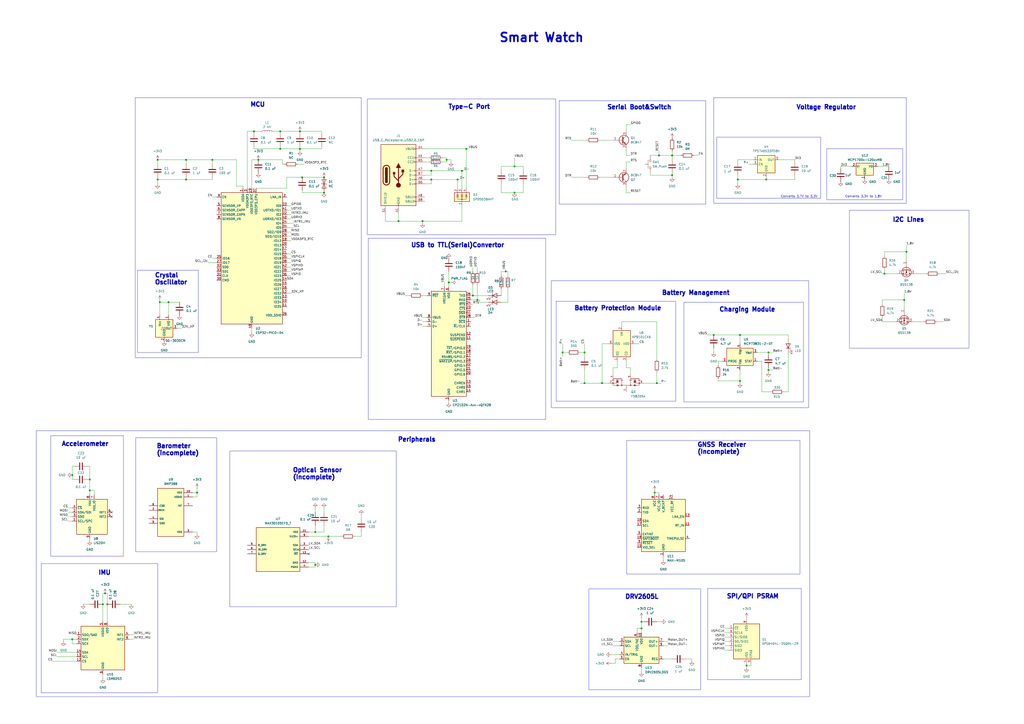
<source format=kicad_sch>
(kicad_sch (version 20250114) (generator "eeschema") (generator_version "9.0")
  (paper "A2")
  (rectangle (start 21.082 249.936) (end 469.646 404.114))
  (rectangle (start 479.552 86.36) (end 523.748 115.824))
  (rectangle (start 415.798 79.502) (end 475.996 115.062))
  (rectangle (start 23.876 326.898) (end 91.44 401.828))
  (rectangle (start 78.74 254) (end 125.73 320.04))
  (rectangle (start 324.358 58.42) (end 409.448 118.364))
  (rectangle (start 414.02 56.642) (end 525.78 117.856))
  (rectangle (start 492.76 121.92) (end 562.102 201.93))
  (rectangle (start 410.464 341.376) (end 464.82 394.208))
  (rectangle (start 29.464 252.73) (end 71.628 322.58))
  (rectangle (start 363.474 255.524) (end 464.058 332.994))
  (rectangle (start 322.58 174.752) (end 391.922 232.664))
  (rectangle (start 341.63 341.63) (end 406.4 400.05))
  (rectangle (start 396.748 175.26) (end 466.09 233.172))
  (rectangle (start 213.614 138.176) (end 316.484 243.332))
  (rectangle (start 78.486 56.642) (end 209.55 207.518))
  (rectangle (start 213.106 57.404) (end 322.326 136.144))
  (rectangle (start 79.756 156.718) (end 115.062 204.47))
  (rectangle (start 133.35 261.62) (end 229.87 352.044))
  (rectangle (start 319.786 162.814) (end 469.138 236.474))
  (text "USB to TTL(Serial)Convertor" (at 238.252 143.764 0) (effects (font (size 2.54 2.54) (thickness 0.6) (bold yes)) (justify left bottom)))
  (text "DRV2605L\n" (at 362.458 347.726 0) (effects (font (size 2.54 2.54) (thickness 0.6) (bold yes)) (justify left bottom)))
  (text "Battery Protection Module" (at 332.994 180.34 0) (effects (font (size 2.54 2.54) (thickness 0.6) (bold yes)) (justify left bottom)))
  (text "Accelerometer" (at 35.56 259.08 0) (effects (font (size 2.54 2.54) (thickness 0.6) (bold yes)) (justify left bottom)))
  (text "Optical Sensor\n(Incomplete)" (at 169.672 278.384 0) (effects (font (size 2.54 2.54) (thickness 0.6) (bold yes)) (justify left bottom)))
  (text "Voltage Regulator" (at 461.772 63.754 0) (effects (font (size 2.54 2.54) (thickness 0.6) (bold yes)) (justify left bottom)))
  (text "Smart Watch" (at 289.306 24.892 0) (effects (font (size 5.08 5.08) (thickness 1) (bold yes)) (justify left bottom)))
  (text "Converts 3.3V to 1.8V" (at 500.888 114.046 0) (effects (font (size 1.27 1.27))))
  (text "MCU" (at 145.034 62.23 0) (effects (font (size 2.54 2.54) (thickness 0.6) (bold yes)) (justify left bottom)))
  (text "I2C Lines\n" (at 517.652 129.032 0) (effects (font (size 2.54 2.54) (thickness 0.6) (bold yes)) (justify left bottom)))
  (text "Battery Management" (at 383.794 171.45 0) (effects (font (size 2.54 2.54) (thickness 0.6) (bold yes)) (justify left bottom)))
  (text "SPI/QPI PSRAM" (at 421.386 347.472 0) (effects (font (size 2.54 2.54) (thickness 0.6) (bold yes)) (justify left bottom)))
  (text "GNSS Receiver\n(Incomplete)" (at 404.368 263.652 0) (effects (font (size 2.54 2.54) (thickness 0.6) (bold yes)) (justify left bottom)))
  (text "Type-C Port\n" (at 259.842 63.5 0) (effects (font (size 2.54 2.54) (thickness 0.6) (bold yes)) (justify left bottom)))
  (text "IMU" (at 56.896 333.756 0) (effects (font (size 2.54 2.54) (thickness 0.6) (bold yes)) (justify left bottom)))
  (text "Serial Boot&Switch" (at 352.044 63.754 0) (effects (font (size 2.54 2.54) (thickness 0.6) (bold yes)) (justify left bottom)))
  (text "Converts 3.7V to 3.3V" (at 463.55 114.046 0) (effects (font (size 1.27 1.27))))
  (text "Crystal\nOscillator" (at 89.662 165.354 0) (effects (font (size 2.54 2.54) (thickness 0.6) (bold yes)) (justify left bottom)))
  (text "Charging Module" (at 417.068 181.102 0) (effects (font (size 2.54 2.54) (thickness 0.6) (bold yes)) (justify left bottom)))
  (text "Peripherals" (at 230.632 256.54 0) (effects (font (size 2.54 2.54) (thickness 0.6) (bold yes)) (justify left bottom)))
  (text "Barometer\n(incomplete)\n" (at 90.678 264.414 0) (effects (font (size 2.54 2.54) (thickness 0.6) (bold yes)) (justify left bottom)))
  (junction (at 162.56 86.36))
  (junction (at 429.26 194.31))
  (junction (at 379.73 285.75))
  (junction (at 444.5 104.14))
  (junction (at 52.07 284.48))
  (junction (at 41.91 370.84))
  (junction (at 114.3 285.75))
  (junction (at 276.86 173.99))
  (junction (at 339.09 222.25))
  (junction (at 298.45 111.76))
  (junction (at 182.88 327.66))
  (junction (at 97.79 175.26))
  (junction (at 245.11 128.27))
  (junction (at 92.71 175.26))
  (junction (at 265.43 104.14))
  (junction (at 513.08 158.75))
  (junction (at 147.32 76.2))
  (junction (at 427.99 104.14))
  (junction (at 433.07 386.08))
  (junction (at 187.96 111.76))
  (junction (at 414.02 194.31))
  (junction (at 524.51 173.99))
  (junction (at 445.77 204.47))
  (junction (at 372.11 364.49))
  (junction (at 187.96 102.87))
  (junction (at 162.56 76.2))
  (junction (at 381 222.25))
  (junction (at 190.5 311.15))
  (junction (at 173.99 76.2))
  (junction (at 41.91 275.59))
  (junction (at 389.89 90.17))
  (junction (at 91.44 92.71))
  (junction (at 182.88 308.61))
  (junction (at 231.14 128.27))
  (junction (at 62.23 350.52))
  (junction (at 149.86 92.71))
  (junction (at 59.69 350.52))
  (junction (at 250.19 104.14))
  (junction (at 107.95 92.71))
  (junction (at 259.08 92.71))
  (junction (at 270.51 86.36))
  (junction (at 52.07 278.13))
  (junction (at 260.35 163.83))
  (junction (at 175.26 102.87))
  (junction (at 91.44 104.14))
  (junction (at 250.19 99.06))
  (junction (at 339.09 204.47))
  (junction (at 525.78 146.05))
  (junction (at 173.99 86.36))
  (junction (at 123.19 92.71))
  (junction (at 298.45 96.52))
  (junction (at 349.25 222.25))
  (junction (at 429.26 220.98))
  (junction (at 326.39 204.47))
  (junction (at 267.97 99.06))
  (junction (at 389.89 101.6))
  (junction (at 107.95 104.14))
  (junction (at 293.37 157.48))
  (junction (at 60.96 344.17))
  (junction (at 382.27 90.17))
  (junction (at 445.77 214.63))
  (junction (at 372.11 360.68))
  (junction (at 274.32 171.45))
  (no_connect (at 64.77 297.18))
  (no_connect (at 64.77 299.72))
  (no_connect (at 179.07 321.31))
  (wire (pts (xy 260.35 163.83) (xy 260.35 166.37)))
  (wire (pts (xy 147.32 86.36) (xy 162.56 86.36)))
  (wire (pts (xy 303.53 111.76) (xy 303.53 106.68)))
  (wire (pts (xy 454.66 227.33) (xy 457.2 227.33)))
  (wire (pts (xy 276.86 165.1) (xy 276.86 173.99)))
  (wire (pts (xy 347.98 102.87) (xy 355.6 102.87)))
  (wire (pts (xy 273.05 173.99) (xy 276.86 173.99)))
  (wire (pts (xy 33.02 381) (xy 44.45 381)))
  (wire (pts (xy 355.6 372.11) (xy 359.41 372.11)))
  (wire (pts (xy 166.37 119.38) (xy 168.91 119.38)))
  (wire (pts (xy 186.69 76.2) (xy 186.69 77.47)))
  (wire (pts (xy 146.05 190.5) (xy 146.05 193.04)))
  (wire (pts (xy 245.11 189.23) (xy 247.65 189.23)))
  (wire (pts (xy 372.11 364.49) (xy 372.11 360.68)))
  (wire (pts (xy 461.01 92.71) (xy 461.01 93.98)))
  (wire (pts (xy 162.56 85.09) (xy 162.56 86.36)))
  (wire (pts (xy 39.37 302.26) (xy 41.91 302.26)))
  (wire (pts (xy 355.6 374.65) (xy 359.41 374.65)))
  (wire (pts (xy 166.37 124.46) (xy 168.91 124.46)))
  (wire (pts (xy 379.73 285.75) (xy 379.73 287.02)))
  (wire (pts (xy 290.83 167.64) (xy 290.83 171.45)))
  (wire (pts (xy 245.11 128.27) (xy 267.97 128.27)))
  (wire (pts (xy 331.47 81.28) (xy 340.36 81.28)))
  (wire (pts (xy 457.2 194.31) (xy 457.2 196.85)))
  (wire (pts (xy 274.32 171.45) (xy 283.21 171.45)))
  (wire (pts (xy 511.81 184.15) (xy 511.81 186.69)))
  (wire (pts (xy 544.83 158.75) (xy 548.64 158.75)))
  (wire (pts (xy 373.38 222.25) (xy 381 222.25)))
  (wire (pts (xy 294.64 175.26) (xy 294.64 167.64)))
  (wire (pts (xy 290.83 96.52) (xy 298.45 96.52)))
  (wire (pts (xy 276.86 154.94) (xy 276.86 157.48)))
  (wire (pts (xy 256.54 93.98) (xy 259.08 93.98)))
  (wire (pts (xy 382.27 285.75) (xy 379.73 285.75)))
  (wire (pts (xy 511.81 186.69) (xy 519.43 186.69)))
  (wire (pts (xy 293.37 157.48) (xy 294.64 157.48)))
  (wire (pts (xy 339.09 222.25) (xy 349.25 222.25)))
  (wire (pts (xy 377.19 90.17) (xy 382.27 90.17)))
  (wire (pts (xy 452.12 92.71) (xy 461.01 92.71)))
  (wire (pts (xy 179.07 311.15) (xy 190.5 311.15)))
  (wire (pts (xy 91.44 95.25) (xy 91.44 92.71)))
  (wire (pts (xy 41.91 270.51) (xy 41.91 275.59)))
  (wire (pts (xy 445.77 214.63) (xy 445.77 215.9)))
  (wire (pts (xy 381 222.25) (xy 383.54 222.25)))
  (wire (pts (xy 48.26 350.52) (xy 52.07 350.52)))
  (wire (pts (xy 166.37 109.22) (xy 166.37 102.87)))
  (wire (pts (xy 369.57 367.03) (xy 369.57 364.49)))
  (wire (pts (xy 120.65 152.4) (xy 125.73 152.4)))
  (wire (pts (xy 356.87 382.27) (xy 359.41 382.27)))
  (wire (pts (xy 260.35 163.83) (xy 261.62 163.83)))
  (wire (pts (xy 97.79 175.26) (xy 104.14 175.26)))
  (wire (pts (xy 190.5 311.15) (xy 198.12 311.15)))
  (wire (pts (xy 147.32 85.09) (xy 147.32 86.36)))
  (wire (pts (xy 355.6 213.36) (xy 355.6 217.17)))
  (wire (pts (xy 123.19 114.3) (xy 125.73 114.3)))
  (wire (pts (xy 382.27 285.75) (xy 382.27 287.02)))
  (wire (pts (xy 377.19 100.33) (xy 377.19 101.6)))
  (wire (pts (xy 166.37 121.92) (xy 168.91 121.92)))
  (wire (pts (xy 44.45 370.84) (xy 41.91 370.84)))
  (wire (pts (xy 69.85 350.52) (xy 76.2 350.52)))
  (wire (pts (xy 143.51 76.2) (xy 147.32 76.2)))
  (wire (pts (xy 363.22 90.17) (xy 365.76 90.17)))
  (wire (pts (xy 420.37 372.11) (xy 422.91 372.11)))
  (wire (pts (xy 487.68 96.52) (xy 487.68 97.79)))
  (wire (pts (xy 246.38 86.36) (xy 270.51 86.36)))
  (wire (pts (xy 429.26 194.31) (xy 429.26 199.39)))
  (wire (pts (xy 363.22 86.36) (xy 363.22 90.17)))
  (wire (pts (xy 245.11 186.69) (xy 247.65 186.69)))
  (wire (pts (xy 43.18 270.51) (xy 41.91 270.51)))
  (wire (pts (xy 326.39 204.47) (xy 326.39 207.01)))
  (wire (pts (xy 261.62 93.98) (xy 261.62 92.71)))
  (wire (pts (xy 74.93 368.3) (xy 77.47 368.3)))
  (wire (pts (xy 246.38 104.14) (xy 250.19 104.14)))
  (wire (pts (xy 290.83 175.26) (xy 294.64 175.26)))
  (wire (pts (xy 427.99 101.6) (xy 427.99 104.14)))
  (wire (pts (xy 293.37 156.21) (xy 293.37 157.48)))
  (wire (pts (xy 358.14 209.55) (xy 358.14 213.36)))
  (wire (pts (xy 267.97 99.06) (xy 269.24 99.06)))
  (wire (pts (xy 402.59 90.17) (xy 405.13 90.17)))
  (wire (pts (xy 336.55 204.47) (xy 339.09 204.47)))
  (wire (pts (xy 231.14 124.46) (xy 231.14 128.27)))
  (wire (pts (xy 513.08 146.05) (xy 525.78 146.05)))
  (wire (pts (xy 170.18 132.08) (xy 166.37 132.08)))
  (wire (pts (xy 414.02 201.93) (xy 414.02 204.47)))
  (wire (pts (xy 261.62 92.71) (xy 259.08 92.71)))
  (wire (pts (xy 326.39 204.47) (xy 326.39 199.39)))
  (wire (pts (xy 205.74 311.15) (xy 209.55 311.15)))
  (wire (pts (xy 173.99 86.36) (xy 173.99 87.63)))
  (wire (pts (xy 246.38 106.68) (xy 250.19 106.68)))
  (wire (pts (xy 182.88 308.61) (xy 187.96 308.61)))
  (wire (pts (xy 416.56 209.55) (xy 416.56 212.09)))
  (wire (pts (xy 356.87 384.81) (xy 356.87 382.27)))
  (wire (pts (xy 372.11 367.03) (xy 372.11 364.49)))
  (wire (pts (xy 250.19 99.06) (xy 267.97 99.06)))
  (wire (pts (xy 384.81 382.27) (xy 389.89 382.27)))
  (wire (pts (xy 234.95 171.45) (xy 237.49 171.45)))
  (wire (pts (xy 187.96 110.49) (xy 187.96 111.76)))
  (wire (pts (xy 41.91 373.38) (xy 41.91 370.84)))
  (wire (pts (xy 360.68 186.69) (xy 381 186.69)))
  (wire (pts (xy 530.86 158.75) (xy 537.21 158.75)))
  (wire (pts (xy 444.5 104.14) (xy 427.99 104.14)))
  (wire (pts (xy 273.05 176.53) (xy 274.32 176.53)))
  (wire (pts (xy 166.37 154.94) (xy 168.91 154.94)))
  (wire (pts (xy 162.56 76.2) (xy 162.56 77.47)))
  (wire (pts (xy 379.73 284.48) (xy 379.73 285.75)))
  (wire (pts (xy 166.37 134.62) (xy 168.91 134.62)))
  (wire (pts (xy 52.07 312.42) (xy 52.07 313.69)))
  (wire (pts (xy 59.69 344.17) (xy 59.69 350.52)))
  (wire (pts (xy 33.02 378.46) (xy 44.45 378.46)))
  (wire (pts (xy 163.83 95.25) (xy 165.1 95.25)))
  (wire (pts (xy 524.51 170.18) (xy 524.51 173.99)))
  (wire (pts (xy 420.37 377.19) (xy 422.91 377.19)))
  (wire (pts (xy 511.81 173.99) (xy 524.51 173.99)))
  (wire (pts (xy 354.33 379.73) (xy 359.41 379.73)))
  (wire (pts (xy 158.75 76.2) (xy 162.56 76.2)))
  (wire (pts (xy 381 360.68) (xy 383.54 360.68)))
  (wire (pts (xy 168.91 139.7) (xy 166.37 139.7)))
  (wire (pts (xy 162.56 76.2) (xy 173.99 76.2)))
  (wire (pts (xy 62.23 344.17) (xy 60.96 344.17)))
  (wire (pts (xy 245.11 128.27) (xy 245.11 129.54)))
  (wire (pts (xy 274.32 165.1) (xy 274.32 171.45)))
  (wire (pts (xy 187.96 294.64) (xy 187.96 297.18)))
  (wire (pts (xy 250.19 104.14) (xy 250.19 106.68)))
  (wire (pts (xy 441.96 227.33) (xy 447.04 227.33)))
  (wire (pts (xy 114.3 288.29) (xy 114.3 285.75)))
  (wire (pts (xy 382.27 90.17) (xy 389.89 90.17)))
  (wire (pts (xy 179.07 328.93) (xy 182.88 328.93)))
  (wire (pts (xy 372.11 358.14) (xy 372.11 360.68)))
  (wire (pts (xy 74.93 370.84) (xy 77.47 370.84)))
  (wire (pts (xy 257.81 163.83) (xy 257.81 166.37)))
  (wire (pts (xy 429.26 194.31) (xy 457.2 194.31)))
  (wire (pts (xy 363.22 213.36) (xy 365.76 213.36)))
  (wire (pts (xy 166.37 149.86) (xy 168.91 149.86)))
  (wire (pts (xy 429.26 220.98) (xy 416.56 220.98)))
  (wire (pts (xy 435.61 384.81) (xy 435.61 386.08)))
  (wire (pts (xy 260.35 157.48) (xy 260.35 163.83)))
  (wire (pts (xy 107.95 102.87) (xy 107.95 104.14)))
  (wire (pts (xy 439.42 209.55) (xy 441.96 209.55)))
  (wire (pts (xy 250.19 101.6) (xy 250.19 99.06)))
  (wire (pts (xy 265.43 104.14) (xy 266.7 104.14)))
  (wire (pts (xy 245.11 184.15) (xy 247.65 184.15)))
  (wire (pts (xy 360.68 189.23) (xy 360.68 186.69)))
  (wire (pts (xy 166.37 129.54) (xy 170.18 129.54)))
  (wire (pts (xy 381 186.69) (xy 381 208.28)))
  (wire (pts (xy 92.71 175.26) (xy 92.71 182.88)))
  (wire (pts (xy 166.37 170.18) (xy 168.91 170.18)))
  (wire (pts (xy 179.07 308.61) (xy 182.88 308.61)))
  (wire (pts (xy 429.26 214.63) (xy 429.26 220.98)))
  (wire (pts (xy 59.69 391.16) (xy 59.69 393.7)))
  (wire (pts (xy 278.13 175.26) (xy 283.21 175.26)))
  (wire (pts (xy 91.44 92.71) (xy 107.95 92.71)))
  (wire (pts (xy 107.95 104.14) (xy 123.19 104.14)))
  (wire (pts (xy 260.35 232.41) (xy 260.35 233.68)))
  (wire (pts (xy 274.32 154.94) (xy 274.32 157.48)))
  (wire (pts (xy 149.86 92.71) (xy 163.83 92.71)))
  (wire (pts (xy 143.51 109.22) (xy 143.51 76.2)))
  (wire (pts (xy 384.81 322.58) (xy 384.81 325.12)))
  (wire (pts (xy 114.3 308.61) (xy 114.3 309.88)))
  (wire (pts (xy 91.44 102.87) (xy 91.44 104.14)))
  (wire (pts (xy 62.23 350.52) (xy 62.23 360.68)))
  (wire (pts (xy 52.07 284.48) (xy 52.07 278.13)))
  (wire (pts (xy 123.19 92.71) (xy 123.19 95.25)))
  (wire (pts (xy 509.27 96.52) (xy 515.62 96.52)))
  (wire (pts (xy 298.45 96.52) (xy 303.53 96.52)))
  (wire (pts (xy 41.91 278.13) (xy 43.18 278.13)))
  (wire (pts (xy 223.52 124.46) (xy 223.52 128.27)))
  (wire (pts (xy 363.22 76.2) (xy 363.22 72.39)))
  (wire (pts (xy 173.99 85.09) (xy 173.99 86.36)))
  (wire (pts (xy 328.93 204.47) (xy 326.39 204.47)))
  (wire (pts (xy 397.51 382.27) (xy 401.32 382.27)))
  (wire (pts (xy 162.56 86.36) (xy 173.99 86.36)))
  (wire (pts (xy 231.14 128.27) (xy 245.11 128.27)))
  (wire (pts (xy 439.42 204.47) (xy 445.77 204.47)))
  (wire (pts (xy 54.61 287.02) (xy 54.61 284.48)))
  (wire (pts (xy 461.01 101.6) (xy 461.01 104.14)))
  (wire (pts (xy 389.89 90.17) (xy 394.97 90.17)))
  (wire (pts (xy 381 222.25) (xy 381 215.9)))
  (wire (pts (xy 166.37 157.48) (xy 168.91 157.48)))
  (wire (pts (xy 401.32 382.27) (xy 401.32 383.54)))
  (wire (pts (xy 172.72 95.25) (xy 176.53 95.25)))
  (wire (pts (xy 186.69 85.09) (xy 186.69 86.36)))
  (wire (pts (xy 175.26 111.76) (xy 187.96 111.76)))
  (wire (pts (xy 256.54 91.44) (xy 259.08 91.44)))
  (wire (pts (xy 445.77 204.47) (xy 445.77 205.74)))
  (wire (pts (xy 389.89 90.17) (xy 389.89 92.71)))
  (wire (pts (xy 444.5 102.87) (xy 444.5 104.14)))
  (wire (pts (xy 59.69 344.17) (xy 60.96 344.17)))
  (wire (pts (xy 427.99 92.71) (xy 436.88 92.71)))
  (wire (pts (xy 270.51 86.36) (xy 270.51 109.22)))
  (wire (pts (xy 372.11 360.68) (xy 373.38 360.68)))
  (wire (pts (xy 123.19 149.86) (xy 125.73 149.86)))
  (wire (pts (xy 389.89 101.6) (xy 389.89 100.33)))
  (wire (pts (xy 420.37 369.57) (xy 422.91 369.57)))
  (wire (pts (xy 377.19 101.6) (xy 389.89 101.6)))
  (wire (pts (xy 420.37 367.03) (xy 422.91 367.03)))
  (wire (pts (xy 182.88 294.64) (xy 182.88 297.18)))
  (wire (pts (xy 114.3 285.75) (xy 111.76 285.75)))
  (wire (pts (xy 182.88 328.93) (xy 182.88 327.66)))
  (wire (pts (xy 363.22 72.39) (xy 365.76 72.39)))
  (wire (pts (xy 457.2 227.33) (xy 457.2 204.47)))
  (wire (pts (xy 265.43 104.14) (xy 265.43 109.22)))
  (wire (pts (xy 363.22 107.95) (xy 363.22 111.76)))
  (wire (pts (xy 513.08 148.59) (xy 513.08 146.05)))
  (wire (pts (xy 111.76 288.29) (xy 114.3 288.29)))
  (wire (pts (xy 427.99 93.98) (xy 427.99 92.71)))
  (wire (pts (xy 107.95 92.71) (xy 123.19 92.71)))
  (wire (pts (xy 339.09 214.63) (xy 339.09 222.25)))
  (wire (pts (xy 30.48 383.54) (xy 44.45 383.54)))
  (wire (pts (xy 182.88 304.8) (xy 182.88 308.61)))
  (wire (pts (xy 140.97 107.95) (xy 140.97 109.22)))
  (wire (pts (xy 41.91 370.84) (xy 36.83 370.84)))
  (wire (pts (xy 187.96 308.61) (xy 187.96 304.8)))
  (wire (pts (xy 246.38 101.6) (xy 250.19 101.6)))
  (wire (pts (xy 246.38 93.98) (xy 248.92 93.98)))
  (wire (pts (xy 123.19 104.14) (xy 123.19 102.87)))
  (wire (pts (xy 354.33 384.81) (xy 356.87 384.81)))
  (wire (pts (xy 147.32 76.2) (xy 151.13 76.2)))
  (wire (pts (xy 429.26 220.98) (xy 429.26 222.25)))
  (wire (pts (xy 166.37 160.02) (xy 168.91 160.02)))
  (wire (pts (xy 336.55 222.25) (xy 339.09 222.25)))
  (wire (pts (xy 146.05 109.22) (xy 146.05 92.71)))
  (wire (pts (xy 513.08 156.21) (xy 513.08 158.75)))
  (wire (pts (xy 525.78 142.24) (xy 525.78 146.05)))
  (wire (pts (xy 245.11 171.45) (xy 247.65 171.45)))
  (wire (pts (xy 175.26 102.87) (xy 187.96 102.87)))
  (wire (pts (xy 290.83 160.02) (xy 290.83 157.48)))
  (wire (pts (xy 427.99 104.14) (xy 427.99 106.68)))
  (wire (pts (xy 358.14 213.36) (xy 355.6 213.36)))
  (wire (pts (xy 339.09 204.47) (xy 339.09 207.01)))
  (wire (pts (xy 494.03 96.52) (xy 487.68 96.52)))
  (wire (pts (xy 389.89 101.6) (xy 389.89 102.87)))
  (wire (pts (xy 365.76 213.36) (xy 365.76 217.17)))
  (wire (pts (xy 433.07 384.81) (xy 433.07 386.08)))
  (wire (pts (xy 97.79 175.26) (xy 97.79 182.88)))
  (wire (pts (xy 137.16 92.71) (xy 137.16 107.95)))
  (wire (pts (xy 259.08 92.71) (xy 259.08 93.98)))
  (wire (pts (xy 54.61 284.48) (xy 52.07 284.48)))
  (wire (pts (xy 331.47 102.87) (xy 340.36 102.87)))
  (wire (pts (xy 166.37 102.87) (xy 175.26 102.87)))
  (wire (pts (xy 186.69 86.36) (xy 173.99 86.36)))
  (wire (pts (xy 363.22 97.79) (xy 363.22 93.98)))
  (wire (pts (xy 209.55 300.99) (xy 209.55 298.45)))
  (wire (pts (xy 39.37 297.18) (xy 41.91 297.18)))
  (wire (pts (xy 414.02 194.31) (xy 429.26 194.31)))
  (wire (pts (xy 182.88 326.39) (xy 182.88 327.66)))
  (wire (pts (xy 166.37 127) (xy 168.91 127)))
  (wire (pts (xy 102.87 190.5) (xy 105.41 190.5)))
  (wire (pts (xy 290.83 157.48) (xy 293.37 157.48)))
  (wire (pts (xy 384.81 374.65) (xy 387.35 374.65)))
  (wire (pts (xy 259.08 91.44) (xy 259.08 92.71)))
  (wire (pts (xy 278.13 173.99) (xy 278.13 175.26)))
  (wire (pts (xy 59.69 350.52) (xy 59.69 360.68)))
  (wire (pts (xy 298.45 111.76) (xy 303.53 111.76)))
  (wire (pts (xy 52.07 278.13) (xy 52.07 270.51)))
  (wire (pts (xy 168.91 137.16) (xy 166.37 137.16)))
  (wire (pts (xy 92.71 173.99) (xy 92.71 175.26)))
  (wire (pts (xy 273.05 171.45) (xy 274.32 171.45)))
  (wire (pts (xy 111.76 308.61) (xy 114.3 308.61)))
  (wire (pts (xy 349.25 199.39) (xy 349.25 222.25)))
  (wire (pts (xy 416.56 220.98) (xy 416.56 219.71)))
  (wire (pts (xy 441.96 209.55) (xy 441.96 227.33)))
  (wire (pts (xy 270.51 86.36) (xy 271.78 86.36)))
  (wire (pts (xy 290.83 99.06) (xy 290.83 96.52)))
  (wire (pts (xy 52.07 287.02) (xy 52.07 284.48)))
  (wire (pts (xy 250.19 104.14) (xy 265.43 104.14)))
  (wire (pts (xy 137.16 107.95) (xy 140.97 107.95)))
  (wire (pts (xy 434.34 95.25) (xy 436.88 95.25)))
  (wire (pts (xy 372.11 387.35) (xy 372.11 389.89)))
  (wire (pts (xy 148.59 109.22) (xy 166.37 109.22)))
  (wire (pts (xy 419.1 209.55) (xy 416.56 209.55)))
  (wire (pts (xy 363.22 111.76) (xy 365.76 111.76)))
  (wire (pts (xy 44.45 373.38) (xy 41.91 373.38)))
  (wire (pts (xy 445.77 213.36) (xy 445.77 214.63)))
  (wire (pts (xy 363.22 93.98) (xy 365.76 93.98)))
  (wire (pts (xy 147.32 76.2) (xy 147.32 77.47)))
  (wire (pts (xy 303.53 96.52) (xy 303.53 99.06)))
  (wire (pts (xy 420.37 364.49) (xy 422.91 364.49)))
  (wire (pts (xy 175.26 110.49) (xy 175.26 111.76)))
  (wire (pts (xy 524.51 173.99) (xy 524.51 179.07)))
  (wire (pts (xy 369.57 364.49) (xy 372.11 364.49)))
  (wire (pts (xy 382.27 87.63) (xy 382.27 90.17)))
  (wire (pts (xy 179.07 326.39) (xy 182.88 326.39)))
  (wire (pts (xy 163.83 92.71) (xy 163.83 95.25)))
  (wire (pts (xy 62.23 344.17) (xy 62.23 350.52)))
  (wire (pts (xy 36.83 370.84) (xy 36.83 372.11)))
  (wire (pts (xy 529.59 186.69) (xy 535.94 186.69)))
  (wire (pts (xy 461.01 104.14) (xy 444.5 104.14)))
  (wire (pts (xy 166.37 152.4) (xy 168.91 152.4)))
  (wire (pts (xy 513.08 158.75) (xy 520.7 158.75)))
  (wire (pts (xy 267.97 128.27) (xy 267.97 119.38)))
  (wire (pts (xy 173.99 76.2) (xy 173.99 77.47)))
  (wire (pts (xy 410.21 194.31) (xy 414.02 194.31)))
  (wire (pts (xy 294.64 157.48) (xy 294.64 160.02)))
  (wire (pts (xy 39.37 294.64) (xy 41.91 294.64)))
  (wire (pts (xy 511.81 158.75) (xy 513.08 158.75)))
  (wire (pts (xy 433.07 358.14) (xy 433.07 359.41)))
  (wire (pts (xy 166.37 147.32) (xy 168.91 147.32)))
  (wire (pts (xy 525.78 146.05) (xy 525.78 151.13)))
  (wire (pts (xy 52.07 270.51) (xy 50.8 270.51)))
  (wire (pts (xy 290.83 111.76) (xy 298.45 111.76)))
  (wire (pts (xy 223.52 128.27) (xy 231.14 128.27)))
  (wire (pts (xy 349.25 222.25) (xy 353.06 222.25)))
  (wire (pts (xy 267.97 99.06) (xy 267.97 109.22)))
  (wire (pts (xy 114.3 283.21) (xy 114.3 285.75)))
  (wire (pts (xy 435.61 386.08) (xy 433.07 386.08)))
  (wire (pts (xy 339.09 199.39) (xy 339.09 204.47)))
  (wire (pts (xy 209.55 311.15) (xy 209.55 308.61)))
  (wire (pts (xy 389.89 87.63) (xy 389.89 90.17)))
  (wire (pts (xy 50.8 278.13) (xy 52.07 278.13)))
  (wire (pts (xy 445.77 214.63) (xy 448.31 214.63)))
  (wire (pts (xy 511.81 176.53) (xy 511.81 173.99)))
  (wire (pts (xy 92.71 175.26) (xy 97.79 175.26)))
  (wire (pts (xy 173.99 76.2) (xy 186.69 76.2)))
  (wire (pts (xy 246.38 99.06) (xy 250.19 99.06)))
  (wire (pts (xy 445.77 204.47) (xy 448.31 204.47)))
  (wire (pts (xy 107.95 92.71) (xy 107.95 95.25)))
  (wire (pts (xy 363.22 209.55) (xy 363.22 213.36)))
  (wire (pts (xy 290.83 106.68) (xy 290.83 111.76)))
  (wire (pts (xy 276.86 173.99) (xy 278.13 173.99)))
  (wire (pts (xy 353.06 199.39) (xy 349.25 199.39)))
  (wire (pts (xy 246.38 91.44) (xy 248.92 91.44)))
  (wire (pts (xy 123.19 92.71) (xy 137.16 92.71)))
  (wire (pts (xy 91.44 104.14) (xy 91.44 106.68)))
  (wire (pts (xy 273.05 184.15) (xy 275.59 184.15)))
  (wire (pts (xy 368.3 199.39) (xy 370.84 199.39)))
  (wire (pts (xy 420.37 374.65) (xy 422.91 374.65)))
  (wire (pts (xy 39.37 299.72) (xy 41.91 299.72)))
  (wire (pts (xy 384.81 372.11) (xy 387.35 372.11)))
  (wire (pts (xy 41.91 275.59) (xy 41.91 278.13)))
  (wire (pts (xy 543.56 186.69) (xy 547.37 186.69)))
  (wire (pts (xy 433.07 386.08) (xy 433.07 387.35)))
  (wire (pts (xy 146.05 92.71) (xy 149.86 92.71)))
  (wire (pts (xy 298.45 96.52) (xy 298.45 91.44)))
  (wire (pts (xy 347.98 81.28) (xy 355.6 81.28)))
  (wire (pts (xy 91.44 104.14) (xy 107.95 104.14)))
  (label "VBUS" (at 245.11 184.15 180))
  (label "VSPIWP" (at 420.37 374.65 180))
  (label "P+" (at 326.39 199.39 90))
  (label "MISO" (at 168.91 134.62 0))
  (label "VBUS" (at 298.45 91.44 0))
  (label "CS" (at 30.48 383.54 180))
  (label "INTR2_IMU" (at 168.91 124.46 0))
  (label "GPIO0" (at 168.91 119.38 0))
  (label "U0RXD" (at 168.91 127 0))
  (label "VSPID" (at 420.37 369.57 180))
  (label "1.8V" (at 511.81 96.52 0))
  (label "C5" (at 370.84 199.39 0))
  (label "VSPIHD" (at 420.37 377.19 180))
  (label "EN" (at 405.13 90.17 0))
  (label "D-" (at 245.11 186.69 180))
  (label "RESET" (at 365.76 111.76 0))
  (label "DTR" (at 365.76 90.17 0))
  (label "Motor_OUT+" (at 387.35 372.11 0))
  (label "D-" (at 269.24 99.06 0))
  (label "RTS" (at 274.32 176.53 0))
  (label "32K_XP" (at 168.91 170.18 0))
  (label "GPIO0" (at 365.76 72.39 0))
  (label "SCL_i2c" (at 120.65 152.4 180))
  (label "P+" (at 434.34 95.25 180))
  (label "LV_SDA" (at 511.81 186.69 180))
  (label "LV_SCL" (at 179.07 318.77 0))
  (label "MOSI" (at 33.02 378.46 180))
  (label "CE" (at 123.19 149.86 180))
  (label "D+" (at 245.11 189.23 180))
  (label "VDDA3P3_RTC" (at 168.91 139.7 0))
  (label "DTR" (at 275.59 184.15 0))
  (label "1.8V" (at 525.78 142.24 0))
  (label "INTR1_IMU" (at 77.47 368.3 0))
  (label "MOSI" (at 39.37 297.18 180))
  (label "VSPIHD" (at 168.91 154.94 0))
  (label "32K_XP" (at 105.41 190.5 0))
  (label "CE" (at 420.37 364.49 180))
  (label "EN" (at 123.19 114.3 180))
  (label "Motor_OUT-" (at 387.35 374.65 0))
  (label "SDA" (at 547.37 186.69 0))
  (label "SCL_i2c" (at 548.64 158.75 0))
  (label "U0RXD" (at 274.32 154.94 90))
  (label "INTR1_IMU" (at 170.18 129.54 0))
  (label "RTS" (at 331.47 81.28 180))
  (label "SDA" (at 166.37 162.56 0))
  (label "VDDA3P3_RTC" (at 176.53 95.25 0))
  (label "SCL" (at 39.37 302.26 180))
  (label "VSPIQ" (at 420.37 372.11 180))
  (label "LV_SDA" (at 179.07 316.23 0))
  (label "VBUS" (at 271.78 86.36 0))
  (label "SCL" (at 33.02 381 180))
  (label "Batt-" (at 336.55 222.25 180))
  (label "INTR2_IMU" (at 77.47 370.84 0))
  (label "RESET" (at 382.27 87.63 90))
  (label "VSPIQ" (at 168.91 152.4 0))
  (label "VSPIWP" (at 168.91 157.48 0))
  (label "1.8V" (at 524.51 170.18 0))
  (label "3V3" (at 461.01 92.71 0))
  (label "3V3" (at 487.68 96.52 0))
  (label "SCL" (at 170.18 132.08 0))
  (label "VSPICLK" (at 420.37 367.03 180))
  (label "Batt+" (at 448.31 204.47 0))
  (label "MISO" (at 39.37 299.72 180))
  (label "Batt-" (at 448.31 214.63 0))
  (label "MISO" (at 44.45 368.3 180))
  (label "Batt+" (at 326.39 207.01 270))
  (label "VBUS" (at 293.37 156.21 90))
  (label "LV_SDA" (at 355.6 372.11 180))
  (label "D+" (at 266.7 104.14 0))
  (label "VBUS" (at 257.81 163.83 90))
  (label "C5" (at 339.09 199.39 90))
  (label "VBUS" (at 410.21 194.31 180))
  (label "CS" (at 168.91 147.32 0))
  (label "VBUS" (at 234.95 171.45 180))
  (label "U0TXD" (at 168.91 121.92 0))
  (label "VSPID" (at 168.91 160.02 0))
  (label "LV_SCL" (at 511.81 158.75 180))
  (label "P-" (at 383.54 222.25 0))
  (label "CS" (at 39.37 294.64 180))
  (label "DTR" (at 331.47 102.87 180))
  (label "RTS" (at 365.76 93.98 0))
  (label "VSPICLK" (at 168.91 149.86 0))
  (label "LV_SCL" (at 355.6 374.65 180))
  (label "U0TXD" (at 276.86 154.94 90))
  (label "MOSI" (at 168.91 137.16 0))
  (symbol (lib_id "power:GND") (at 209.55 298.45 180) (unit 1)
    (property "Reference" "#PWR027" (effects (hide yes)))
    (property "Value" "GND" (at 209.55 293.37 0))
    (property "Description" "Power symbol creates a global label with name \"GND\" , ground" (effects (hide yes)))
  )
  (symbol (lib_id "Device:C") (at 66.04 350.52 270) (unit 1)
    (property "Reference" "C28" (at 66.802 342.392 0) (effects (justify left)))
    (property "Value" "0.1 uF" (at 64.008 341.376 0) (effects (justify left)))
    (property "Description" "Unpolarized capacitor" (effects (hide yes)))
  )
  (symbol (lib_id "Sensor_Motion:LSM6DS3") (at 59.69 375.92 0) (unit 1)
    (property "Reference" "U10" (at 61.8333 391.16 0) (effects (justify left)))
    (property "Value" "LSM6DS3" (at 61.8333 393.7 0) (effects (justify left)))
    (property "Footprint" "Package_LGA:LGA-14_3x2.5mm_P0.5mm_LayoutBorder3x4y" (effects (hide yes)))
    (property "Datasheet" "https://www.st.com/resource/en/datasheet/lsm6ds3tr-c.pdf" (effects (hide yes)))
    (property "Description" "I2C/SPI, iNEMO inertial module: always-on 3D accelerometer and 3D gyroscope" (effects (hide yes)))
  )
  (symbol (lib_id "Device:LED") (at 287.02 171.45 0) (unit 1)
    (property "Reference" "D3" (at 284.48 166.878 0))
    (property "Value" "LED" (at 284.48 168.91 0))
    (property "Description" "Light emitting diode" (effects (hide yes)))
    (property "Sim.Pins" "1=K 2=A" (effects (hide yes)))
  )
  (symbol (lib_id "power:+3V3") (at 433.07 358.14 0) (unit 1)
    (property "Reference" "#PWR016" (effects (hide yes)))
    (property "Value" "+3V3" (at 433.07 353.06 0))
    (property "Description" "Power symbol creates a global label with name \"+3V3\"" (effects (hide yes)))
  )
  (symbol (lib_id "Device:C") (at 290.83 102.87 0) (unit 1)
    (property "Reference" "C15" (at 294.64 101.5999 0) (effects (justify left)))
    (property "Value" "100nF" (at 294.64 104.1399 0) (effects (justify left)))
    (property "Footprint" "Capacitor_SMD:C_0805_2012Metric" (effects (hide yes)))
    (property "Description" "Unpolarized capacitor" (effects (hide yes)))
  )
  (symbol (lib_id "Device:R") (at 294.64 163.83 0) (unit 1)
    (property "Reference" "R7" (at 296.418 162.56 0) (effects (justify left)))
    (property "Value" "0.5k" (at 294.64 165.862 90) (effects (justify left)))
    (property "Description" "Resistor" (effects (hide yes)))
  )
  (symbol (lib_id "MCU_Espressif:ESP32-PICO-D4") (at 146.05 149.86 0) (unit 1)
    (property "Reference" "U2" (at 148.1933 190.5 0) (effects (justify left)))
    (property "Value" "ESP32-PICO-D4" (at 148.1933 193.04 0) (effects (justify left)))
    (property "Footprint" "Package_DFN_QFN:QFN-48-1EP_7x7mm_P0.5mm_EP5.3x5.3mm" (effects (hide yes)))
    (property "Datasheet" "https://www.espressif.com/sites/default/files/documentation/esp32-pico-d4_datasheet_en.pdf" (effects (hide yes)))
    (property "Description" "RF Module, ESP32 SoC, Wi-Fi 802.11b/g/n, Bluetooth, BLE, 32-bit, 2.7-3.6V, external antenna, QFN-48" (effects (hide yes)))
  )
  (symbol (lib_id "power:GND") (at 372.11 389.89 0) (unit 1)
    (property "Reference" "#PWR045" (effects (hide yes)))
    (property "Value" "GND" (at 372.11 394.97 0))
    (property "Description" "Power symbol creates a global label with name \"GND\" , ground" (effects (hide yes)))
  )
  (symbol (lib_id "Device:R") (at 450.85 227.33 90) (unit 1)
    (property "Reference" "R15" (at 450.596 230.124 90))
    (property "Value" "330" (at 450.85 224.79 90))
    (property "Description" "Resistor" (effects (hide yes)))
  )
  (symbol (lib_id "RF_GPS:MAX-M10S") (at 384.81 304.8 0) (unit 1)
    (property "Reference" "U11" (at 386.9533 322.58 0) (effects (justify left)))
    (property "Value" "MAX-M10S" (at 386.9533 325.12 0) (effects (justify left)))
    (property "Footprint" "RF_GPS:ublox_MAX" (effects (hide yes)))
    (property "Datasheet" "https://content.u-blox.com/sites/default/files/MAX-M10S_DataSheet_UBX-20035208.pdf" (effects (hide yes)))
    (property "Description" "GNSS Module MAX M10, VCC 1.65V to 3.6V" (effects (hide yes)))
  )
  (symbol (lib_id "power:GND") (at 91.44 106.68 0) (unit 1)
    (property "Reference" "#PWR02" (effects (hide yes)))
    (property "Value" "GND" (at 91.44 111.76 0))
    (property "Description" "Power symbol creates a global label with name \"GND\" , ground" (effects (hide yes)))
  )
  (symbol (lib_id "Device:C") (at 377.19 360.68 90) (unit 1)
    (property "Reference" "C24" (at 377.19 353.06 90))
    (property "Value" "1 uF" (at 377.19 355.6 90))
    (property "Description" "Unpolarized capacitor" (effects (hide yes)))
  )
  (symbol (lib_id "Device:C") (at 173.99 81.28 0) (unit 1)
    (property "Reference" "C10" (at 177.8 80.0099 0) (effects (justify left)))
    (property "Value" "0.1 uF" (at 177.8 82.5499 0) (effects (justify left)))
    (property "Description" "Unpolarized capacitor" (effects (hide yes)))
  )
  (symbol (lib_id "Device:C") (at 389.89 96.52 0) (unit 1)
    (property "Reference" "C14" (at 393.7 95.2499 0) (effects (justify left)))
    (property "Value" "0.1 uF" (at 393.7 97.7899 0) (effects (justify left)))
    (property "Description" "Unpolarized capacitor" (effects (hide yes)))
  )
  (symbol (lib_id "Device:R") (at 241.3 171.45 90) (unit 1)
    (property "Reference" "R4" (at 241.3 165.1 90))
    (property "Value" "10k" (at 241.3 167.64 90))
    (property "Description" "Resistor" (effects (hide yes)))
  )
  (symbol (lib_id "Device:R") (at 513.08 152.4 0) (unit 1)
    (property "Reference" "R20" (at 515.62 151.1299 0) (effects (justify left)))
    (property "Value" "4.7k" (at 515.62 153.6699 0) (effects (justify left)))
    (property "Description" "Resistor" (effects (hide yes)))
  )
  (symbol (lib_id "Device:R") (at 332.74 204.47 90) (unit 1)
    (property "Reference" "R14" (at 332.74 198.12 90))
    (property "Value" "330" (at 332.74 200.66 90))
    (property "Description" "Resistor" (effects (hide yes)))
  )
  (symbol (lib_id "Device:C") (at 427.99 97.79 0) (unit 1)
    (property "Reference" "C17" (at 419.862 96.52 0) (effects (justify left)))
    (property "Value" "1 uF" (at 419.862 99.314 0) (effects (justify left)))
    (property "Description" "Unpolarized capacitor" (effects (hide yes)))
  )
  (symbol (lib_id "power:+3V3") (at 91.44 92.71 0) (unit 1)
    (property "Reference" "#PWR03" (effects (hide yes)))
    (property "Value" "+3V3" (at 91.44 87.63 0))
    (property "Description" "Power symbol creates a global label with name \"+3V3\"" (effects (hide yes)))
  )
  (symbol (lib_id "Sensor_Motion:LIS2DH") (at 52.07 299.72 0) (unit 1)
    (property "Reference" "U8" (at 54.2133 312.42 0) (effects (justify left)))
    (property "Value" "LIS2DH" (at 54.2133 314.96 0) (effects (justify left)))
    (property "Footprint" "Package_LGA:LGA-14_2x2mm_P0.35mm_LayoutBorder3x4y" (effects (hide yes)))
    (property "Datasheet" "http://www.st.com/web/en/resource/technical/document/datasheet/DM00042751.pdf" (effects (hide yes)))
    (property "Description" "3-Axis Accelerometer, 2/4/8/16g range, I2C/SPI interface, LGA-14" (effects (hide yes)))
  )
  (symbol (lib_id "Power_Protection:SP0503BAHT") (at 267.97 114.3 0) (unit 1)
    (property "Reference" "D2" (at 274.32 113.0299 0) (effects (justify left)))
    (property "Value" "SP0503BAHT" (at 274.32 115.5699 0) (effects (justify left)))
    (property "Footprint" "Package_TO_SOT_SMD:SOT-143" (effects (hide yes)))
    (property "Datasheet" "http://www.littelfuse.com/~/media/files/littelfuse/technical%20resources/documents/data%20sheets/sp05xxba.pdf" (effects (hide yes)))
    (property "Description" "TVS Diode Array, 5.5V Standoff, 3 Channels, SOT-143 package" (effects (hide yes)))
  )
  (symbol (lib_id "power:GND") (at 261.62 93.98 0) (unit 1)
    (property "Reference" "#PWR018" (effects (hide yes)))
    (property "Value" "GND" (at 261.62 98.044 0))
    (property "Description" "Power symbol creates a global label with name \"GND\" , ground" (effects (hide yes)))
  )
  (symbol (lib_id "power:+3V3") (at 190.5 311.15 180) (unit 1)
    (property "Reference" "#PWR039" (effects (hide yes)))
    (property "Value" "+3V3" (at 190.5 314.96 0))
    (property "Description" "Power symbol creates a global label with name \"+3V3\"" (effects (hide yes)))
  )
  (symbol (lib_id "Device:C") (at 182.88 300.99 0) (unit 1)
    (property "Reference" "C29" (at 178.308 298.958 0) (effects (justify left)))
    (property "Value" "0.1 uF" (at 173.99 301.244 0) (effects (justify left)))
    (property "Description" "Unpolarized capacitor" (effects (hide yes)))
  )
  (symbol (lib_id "Device:C") (at 107.95 99.06 0) (unit 1)
    (property "Reference" "C2" (at 111.76 97.7899 0) (effects (justify left)))
    (property "Value" "1 uF" (at 111.76 100.3299 0) (effects (justify left)))
    (property "Description" "Unpolarized capacitor" (effects (hide yes)))
  )
  (symbol (lib_id "Switch:SW_Push") (at 377.19 95.25 90) (unit 1)
    (property "Reference" "SW1" (at 378.46 93.9799 90) (effects (justify right)))
    (property "Value" "SW_Push" (at 378.46 96.5199 90) (effects (justify right)))
    (property "Description" "Push button switch, generic, two pins" (effects (hide yes)))
  )
  (symbol (lib_id "power:GND") (at 187.96 111.76 0) (unit 1)
    (property "Reference" "#PWR08" (effects (hide yes)))
    (property "Value" "GND" (at 187.96 116.84 0))
    (property "Description" "Power symbol creates a global label with name \"GND\" , ground" (effects (hide yes)))
  )
  (symbol (lib_id "power:GND") (at 52.07 313.69 0) (unit 1)
    (property "Reference" "#PWR030" (effects (hide yes)))
    (property "Value" "GND" (at 52.07 318.77 0))
    (property "Description" "Power symbol creates a global label with name \"GND\" , ground" (effects (hide yes)))
  )
  (symbol (lib_id "power:GND") (at 114.3 309.88 0) (unit 1)
    (property "Reference" "#PWR032" (effects (hide yes)))
    (property "Value" "GND" (at 114.3 314.96 0))
    (property "Description" "Power symbol creates a global label with name \"GND\" , ground" (effects (hide yes)))
  )
  (symbol (lib_id "Device:R") (at 344.17 102.87 270) (unit 1)
    (property "Reference" "R12" (at 344.17 96.52 90))
    (property "Value" "10k" (at 344.17 99.06 90))
    (property "Description" "Resistor" (effects (hide yes)))
  )
  (symbol (lib_id "power:+3V3") (at 187.96 102.87 0) (unit 1)
    (property "Reference" "#PWR09" (effects (hide yes)))
    (property "Value" "+3V3" (at 187.96 97.79 0))
    (property "Description" "Power symbol creates a global label with name \"+3V3\"" (effects (hide yes)))
  )
  (symbol (lib_id "power:GND") (at 384.81 325.12 0) (unit 1)
    (property "Reference" "#PWR036" (effects (hide yes)))
    (property "Value" "GND" (at 384.81 330.2 0))
    (property "Description" "Power symbol creates a global label with name \"GND\" , ground" (effects (hide yes)))
  )
  (symbol (lib_id "Device:C") (at 209.55 304.8 180) (unit 1)
    (property "Reference" "C20" (at 217.678 305.562 0) (effects (justify left)))
    (property "Value" "10 uF" (at 218.694 302.768 0) (effects (justify left)))
    (property "Description" "Unpolarized capacitor" (effects (hide yes)))
  )
  (symbol (lib_id "Device:C") (at 162.56 81.28 0) (unit 1)
    (property "Reference" "C9" (at 166.37 80.0099 0) (effects (justify left)))
    (property "Value" "1 uF" (at 166.37 82.5499 0) (effects (justify left)))
    (property "Description" "Unpolarized capacitor" (effects (hide yes)))
  )
  (symbol (lib_id "Connector:USB_C_Receptacle_USB2.0_16P") (at 231.14 101.6 0) (unit 1)
    (property "Reference" "J1" (at 231.14 78.74 0))
    (property "Value" "USB_C_Receptacle_USB2.0_16P" (at 231.14 81.28 0))
    (property "Datasheet" "https://www.usb.org/sites/default/files/documents/usb_type-c.zip" (effects (hide yes)))
    (property "Description" "USB 2.0-only 16P Type-C Receptacle connector" (effects (hide yes)))
  )
  (symbol (lib_id "power:+3V3") (at 389.89 80.01 0) (unit 1)
    (property "Reference" "#PWR013" (effects (hide yes)))
    (property "Value" "+3V3" (at 389.89 74.93 0))
    (property "Description" "Power symbol creates a global label with name \"+3V3\"" (effects (hide yes)))
  )
  (symbol (lib_id "power:+3V3") (at 372.11 358.14 0) (unit 1)
    (property "Reference" "#PWR048" (effects (hide yes)))
    (property "Value" "+3V3" (at 372.11 353.06 0))
    (property "Description" "Power symbol creates a global label with name \"+3V3\"" (effects (hide yes)))
  )
  (symbol (lib_id "Device:R") (at 274.32 161.29 180) (unit 1)
    (property "Reference" "R9" (at 270.51 158.242 0) (effects (justify right)))
    (property "Value" "1k" (at 274.32 162.306 90) (effects (justify right)))
    (property "Description" "Resistor" (effects (hide yes)))
  )
  (symbol (lib_id "Device:LED") (at 457.2 200.66 90) (unit 1)
    (property "Reference" "D5" (at 461.01 200.9774 90) (effects (justify right)))
    (property "Value" "LED" (at 461.01 203.5174 90) (effects (justify right)))
    (property "Description" "Light emitting diode" (effects (hide yes)))
    (property "Sim.Pins" "1=K 2=A" (effects (hide yes)))
  )
  (symbol (lib_id "Battery_Management:MCP73831-2-OT") (at 429.26 207.01 0) (unit 1)
    (property "Reference" "U5" (at 431.4033 196.85 0) (effects (justify left)))
    (property "Value" "MCP73831-2-OT" (at 431.4033 199.39 0) (effects (justify left)))
    (property "Footprint" "Package_TO_SOT_SMD:SOT-23-5" (effects (hide yes)))
    (property "Datasheet" "http://ww1.microchip.com/downloads/en/DeviceDoc/20001984g.pdf" (effects (hide yes)))
    (property "Description" "Single cell, Li-Ion/Li-Po charge management controller, 4.20V, Tri-State Status Output, in SOT23-5 package" (effects (hide yes)))
  )
  (symbol (lib_id "power:GND") (at 245.11 129.54 0) (unit 1)
    (property "Reference" "#PWR017" (effects (hide yes)))
    (property "Value" "GND" (at 245.11 134.62 0))
    (property "Description" "Power symbol creates a global label with name \"GND\" , ground" (effects (hide yes)))
  )
  (symbol (lib_id "Device:R") (at 201.93 311.15 90) (unit 1)
    (property "Reference" "R17" (at 201.93 304.8 90))
    (property "Value" "0R" (at 201.93 307.34 90))
    (property "Description" "Resistor" (effects (hide yes)))
  )
  (symbol (lib_id "power:GND") (at 427.99 106.68 0) (unit 1)
    (property "Reference" "#PWR026" (effects (hide yes)))
    (property "Value" "GND" (at 427.99 111.76 0))
    (property "Description" "Power symbol creates a global label with name \"GND\" , ground" (effects (hide yes)))
  )
  (symbol (lib_id "power:PWR_FLAG") (at 261.62 163.83 270) (unit 1)
    (property "Reference" "#FLG01" (effects (hide yes)))
    (property "Value" "PWR_FLAG" (at 261.62 161.544 90) (effects (justify left)))
    (property "Description" "Special symbol for telling ERC where power comes from" (effects (hide yes)))
  )
  (symbol (lib_id "power:GND") (at 445.77 215.9 0) (unit 1)
    (property "Reference" "#PWR023" (effects (hide yes)))
    (property "Value" "GND" (at 445.77 220.98 0))
    (property "Description" "Power symbol creates a global label with name \"GND\" , ground" (effects (hide yes)))
  )
  (symbol (lib_id "power:GND") (at 515.62 104.14 0) (unit 1)
    (property "Reference" "#PWR043" (effects (hide yes)))
    (property "Value" "GND" (at 518.16 105.4099 0) (effects (justify left)))
    (property "Description" "Power symbol creates a global label with name \"GND\" , ground" (effects (hide yes)))
  )
  (symbol (lib_id "Device:C") (at 46.99 270.51 90) (unit 1)
    (property "Reference" "C23" (at 46.99 262.89 90))
    (property "Value" "10 uF" (at 46.99 265.43 90))
    (property "Description" "Unpolarized capacitor" (effects (hide yes)))
  )
  (symbol (lib_id "Regulator_Linear:TPS7A0533PDBV") (at 444.5 95.25 0) (unit 1)
    (property "Reference" "U4" (at 444.5 85.09 0))
    (property "Value" "TPS7A0533PDBV" (at 444.5 87.63 0))
    (property "Footprint" "Package_TO_SOT_SMD:SOT-23-5" (effects (hide yes)))
    (property "Datasheet" "https://www.ti.com/lit/ds/symlink/tps7a05.pdf" (effects (hide yes)))
    (property "Description" "200-mA Ultra-Low-Iq LDO, 3.3V, SOT-23-5" (effects (hide yes)))
  )
  (symbol (lib_id "Transistor_FET:BSS138") (at 524.51 184.15 270) (unit 1)
    (property "Reference" "Q5" (at 524.51 190.5 90))
    (property "Value" "BSS138" (at 524.51 193.04 90))
    (property "Footprint" "Package_TO_SOT_SMD:SOT-23" (effects (hide yes)))
    (property "Datasheet" "https://www.onsemi.com/pub/Collateral/BSS138-D.PDF" (effects (hide yes)))
    (property "Description" "50V Vds, 0.22A Id, N-Channel MOSFET, SOT-23" (effects (hide yes)))
  )
  (symbol (lib_id "power:GND") (at 414.02 204.47 0) (unit 1)
    (property "Reference" "#PWR024" (effects (hide yes)))
    (property "Value" "GND" (at 414.02 209.55 0))
    (property "Description" "Power symbol creates a global label with name \"GND\" , ground" (effects (hide yes)))
  )
  (symbol (lib_id "power:+3V3") (at 379.73 284.48 0) (unit 1)
    (property "Reference" "#PWR035" (effects (hide yes)))
    (property "Value" "+3V3" (at 379.73 279.4 0))
    (property "Description" "Power symbol creates a global label with name \"+3V3\"" (effects (hide yes)))
  )
  (symbol (lib_id "Device:C") (at 55.88 350.52 270) (unit 1)
    (property "Reference" "C27" (at 56.642 342.392 0) (effects (justify left)))
    (property "Value" "0.1 uF" (at 53.848 341.376 0) (effects (justify left)))
    (property "Description" "Unpolarized capacitor" (effects (hide yes)))
  )
  (symbol (lib_id "Device:C") (at 487.68 101.6 180) (unit 1)
    (property "Reference" "C30" (at 483.108 101.854 0))
    (property "Value" "1uF" (at 491.998 101.6 0))
    (property "Description" "Unpolarized capacitor" (effects (hide yes)))
  )
  (symbol (lib_id "Device:C") (at 147.32 81.28 0) (unit 1)
    (property "Reference" "C8" (at 151.13 80.0099 0) (effects (justify left)))
    (property "Value" "0.1 uF" (at 151.13 82.5499 0) (effects (justify left)))
    (property "Description" "Unpolarized capacitor" (effects (hide yes)))
  )
  (symbol (lib_id "power:+3V3") (at 173.99 76.2 0) (unit 1)
    (property "Reference" "#PWR04" (effects (hide yes)))
    (property "Value" "+3V3" (at 173.99 71.12 0))
    (property "Description" "Power symbol creates a global label with name \"+3V3\"" (effects (hide yes)))
  )
  (symbol (lib_id "power:+3V3") (at 60.96 344.17 0) (unit 1)
    (property "Reference" "#PWR034" (effects (hide yes)))
    (property "Value" "+3V3" (at 60.96 339.09 0))
    (property "Description" "Power symbol creates a global label with name \"+3V3\"" (effects (hide yes)))
  )
  (symbol (lib_id "Device:LED") (at 287.02 175.26 0) (unit 1)
    (property "Reference" "D4" (at 284.48 181.356 0))
    (property "Value" "LED" (at 284.734 179.324 0))
    (property "Description" "Light emitting diode" (effects (hide yes)))
    (property "Sim.Pins" "1=K 2=A" (effects (hide yes)))
  )
  (symbol (lib_id "Device:C") (at 461.01 97.79 0) (unit 1)
    (property "Reference" "C19" (at 464.82 96.5199 0) (effects (justify left)))
    (property "Value" "10 uF" (at 464.82 99.0599 0) (effects (justify left)))
    (property "Description" "Unpolarized capacitor" (effects (hide yes)))
  )
  (symbol (lib_id "power:GND") (at 187.96 294.64 180) (unit 1)
    (property "Reference" "#PWR028" (effects (hide yes)))
    (property "Value" "GND" (at 187.96 289.56 0))
    (property "Description" "Power symbol creates a global label with name \"GND\" , ground" (effects (hide yes)))
  )
  (symbol (lib_id "Device:R") (at 168.91 95.25 90) (unit 1)
    (property "Reference" "R1" (at 168.91 88.9 90))
    (property "Value" "NC" (at 168.91 91.44 90))
    (property "Description" "Resistor" (effects (hide yes)))
  )
  (symbol (lib_id "Transistor_FET:BSS138") (at 525.78 156.21 270) (unit 1)
    (property "Reference" "Q4" (at 525.78 162.56 90))
    (property "Value" "BSS138" (at 525.78 165.1 90))
    (property "Footprint" "Package_TO_SOT_SMD:SOT-23" (effects (hide yes)))
    (property "Datasheet" "https://www.onsemi.com/pub/Collateral/BSS138-D.PDF" (effects (hide yes)))
    (property "Description" "50V Vds, 0.22A Id, N-Channel MOSFET, SOT-23" (effects (hide yes)))
  )
  (symbol (lib_id "Device:C") (at 339.09 210.82 0) (unit 1)
    (property "Reference" "C5" (at 342.9 209.5499 0) (effects (justify left)))
    (property "Value" "0.1 uF" (at 342.9 212.0899 0) (effects (justify left)))
    (property "Description" "Unpolarized capacitor" (effects (hide yes)))
  )
  (symbol (lib_id "Device:R") (at 416.56 215.9 180) (unit 1)
    (property "Reference" "R16" (at 419.1 214.6299 0) (effects (justify right)))
    (property "Value" "2k" (at 419.1 217.1699 0) (effects (justify right)))
    (property "Description" "Resistor" (effects (hide yes)))
  )
  (symbol (lib_id "power:GND") (at 501.65 104.14 0) (unit 1)
    (property "Reference" "#PWR042" (effects (hide yes)))
    (property "Value" "GND" (at 504.19 105.4099 0) (effects (justify left)))
    (property "Description" "Power symbol creates a global label with name \"GND\" , ground" (effects (hide yes)))
  )
  (symbol (lib_id "Diode:SMAJ5.0CA") (at 187.96 106.68 90) (unit 1)
    (property "Reference" "D1" (at 190.5 105.4099 90) (effects (justify right)))
    (property "Value" "NC" (at 190.5 107.9499 90) (effects (justify right)))
    (property "Footprint" "Diode_SMD:D_SMA" (effects (hide yes)))
    (property "Datasheet" "https://www.littelfuse.com/media?resourcetype=datasheets&itemid=75e32973-b177-4ee3-a0ff-cedaf1abdb93&filename=smaj-datasheet" (effects (hide yes)))
    (property "Description" "400W bidirectional Transient Voltage Suppressor, 5.0Vr, SMA(DO-214AC)" (effects (hide yes)))
  )
  (symbol (lib_id "Transistor_BJT:BC847") (at 360.68 102.87 0) (mirror x) (unit 1)
    (property "Reference" "Q2" (at 365.76 104.1401 0) (effects (justify left)))
    (property "Value" "BC847" (at 365.76 101.6001 0) (effects (justify left)))
    (property "Footprint" "Package_TO_SOT_SMD:SOT-23" (effects (hide yes)))
    (property "Datasheet" "http://www.infineon.com/dgdl/Infineon-BC847SERIES_BC848SERIES_BC849SERIES_BC850SERIES-DS-v01_01-en.pdf?fileId=db3a304314dca389011541d4630a1657" (effects (hide yes)))
    (property "Description" "0.1A Ic, 45V Vce, NPN Transistor, SOT-23" (effects (hide yes)))
  )
  (symbol (lib_id "power:GND") (at 260.35 233.68 0) (unit 1)
    (property "Reference" "#PWR019" (effects (hide yes)))
    (property "Value" "GND" (at 260.35 238.76 0))
    (property "Description" "Power symbol creates a global label with name \"GND\" , ground" (effects (hide yes)))
  )
  (symbol (lib_id "Device:R") (at 276.86 161.29 180) (unit 1)
    (property "Reference" "R10" (at 277.876 158.242 0) (effects (justify right)))
    (property "Value" "1k" (at 276.86 162.306 90) (effects (justify right)))
    (property "Description" "Resistor" (effects (hide yes)))
  )
  (symbol (lib_id "Device:C") (at 91.44 99.06 0) (unit 1)
    (property "Reference" "C1" (at 95.25 97.7899 0) (effects (justify left)))
    (property "Value" "0.1 uF" (at 95.25 100.3299 0) (effects (justify left)))
    (property "Description" "Unpolarized capacitor" (effects (hide yes)))
  )
  (symbol (lib_id "power:GND") (at 433.07 387.35 0) (unit 1)
    (property "Reference" "#PWR015" (effects (hide yes)))
    (property "Value" "GND" (at 433.07 392.43 0))
    (property "Description" "Power symbol creates a global label with name \"GND\" , ground" (effects (hide yes)))
  )
  (symbol (lib_id "power:GND") (at 182.88 327.66 90) (unit 1)
    (property "Reference" "#PWR021" (effects (hide yes)))
    (property "Value" "GND" (at 186.69 327.6599 90) (effects (justify right)))
    (property "Description" "Power symbol creates a global label with name \"GND\" , ground" (effects (hide yes)))
  )
  (symbol (lib_id "power:+3V3") (at 149.86 92.71 0) (unit 1)
    (property "Reference" "#PWR06" (effects (hide yes)))
    (property "Value" "+3V3" (at 149.86 87.63 0))
    (property "Description" "Power symbol creates a global label with name \"+3V3\"" (effects (hide yes)))
  )
  (symbol (lib_id "power:GND") (at 146.05 193.04 0) (unit 1)
    (property "Reference" "#PWR01" (effects (hide yes)))
    (property "Value" "GND" (at 146.05 198.12 0))
    (property "Description" "Power symbol creates a global label with name \"GND\" , ground" (effects (hide yes)))
  )
  (symbol (lib_id "Memory_RAM:APS6404L-3SQRx-ZR") (at 433.07 372.11 0) (unit 1)
    (property "Reference" "U1" (at 441.96 370.8399 0) (effects (justify left)))
    (property "Value" "APS6404L-3SQRx-ZR" (at 441.96 373.3799 0) (effects (justify left)))
    (property "Footprint" "Package_SON:Winbond_USON-8-1EP_3x2mm_P0.5mm_EP0.2x1.6mm" (effects (hide yes)))
    (property "Datasheet" "https://www.mouser.com/datasheet/2/1127/APM_PSRAM_QSPI_APS6404L_3SQR_v2_3_PKG-1954826.pdf" (effects (hide yes)))
    (property "Description" "64 Mbit / 8M x 8-bits serial pseudo SRAM MEMORY, up to 133MHz, 2.7-3.6V supply, USON-8 (XSON-8)" (effects (hide yes)))
  )
  (symbol (lib_id "BMP388:BMP388") (at 99.06 298.45 0) (unit 1)
    (property "Reference" "U9" (at 99.06 278.13 0))
    (property "Value" "BMP388" (at 99.06 280.67 0))
  )
  (symbol (lib_id "Driver_Haptic:DRV2605LDGS") (at 372.11 377.19 0) (unit 1)
    (property "Reference" "U13" (at 374.2533 387.35 0) (effects (justify left)))
    (property "Value" "DRV2605LDGS" (at 374.2533 389.89 0) (effects (justify left)))
    (property "Footprint" "Package_SO:VSSOP-10_3x3mm_P0.5mm" (effects (hide yes)))
    (property "Datasheet" "http://www.ti.com/lit/ds/symlink/drv2605l.pdf" (effects (hide yes)))
    (property "Description" "Haptic driver for LRAs and ERMs with effect library, 2-5.2V, VSSOP-10" (effects (hide yes)))
  )
  (symbol (lib_id "Device:C") (at 46.99 278.13 90) (unit 1)
    (property "Reference" "C22" (at 46.99 274.32 90))
    (property "Value" "0.1 uF" (at 46.99 282.448 90))
    (property "Description" "Unpolarized capacitor" (effects (hide yes)))
  )
  (symbol (lib_id "Interface_USB:CP2102N-Axx-xQFN28") (at 260.35 199.39 0) (unit 1)
    (property "Reference" "U3" (at 262.4933 232.41 0) (effects (justify left)))
    (property "Value" "CP2102N-Axx-xQFN28" (at 262.4933 234.95 0) (effects (justify left)))
    (property "Footprint" "Package_DFN_QFN:QFN-28-1EP_5x5mm_P0.5mm_EP3.35x3.35mm" (effects (hide yes)))
    (property "Datasheet" "https://www.silabs.com/documents/public/data-sheets/cp2102n-datasheet.pdf" (effects (hide yes)))
    (property "Description" "USB to UART master bridge, QFN-28" (effects (hide yes)))
  )
  (symbol (lib_id "Device:R") (at 344.17 81.28 270) (unit 1)
    (property "Reference" "R11" (at 344.17 74.93 90))
    (property "Value" "10k" (at 344.17 77.47 90))
    (property "Description" "Resistor" (effects (hide yes)))
  )
  (symbol (lib_id "Device:R") (at 290.83 163.83 180) (unit 1)
    (property "Reference" "R8" (at 286.766 163.068 0) (effects (justify right)))
    (property "Value" "0.5k" (at 290.83 165.862 90) (effects (justify right)))
    (property "Description" "Resistor" (effects (hide yes)))
  )
  (symbol (lib_id "Device:C") (at 186.69 81.28 0) (unit 1)
    (property "Reference" "C12" (at 190.5 80.0099 0) (effects (justify left)))
    (property "Value" "NC" (at 190.5 82.5499 0) (effects (justify left)))
    (property "Description" "Unpolarized capacitor" (effects (hide yes)))
  )
  (symbol (lib_id "power:GND") (at 76.2 350.52 0) (unit 1)
    (property "Reference" "#PWR038" (effects (hide yes)))
    (property "Value" "GND" (at 76.2 355.6 0))
    (property "Description" "Power symbol creates a global label with name \"GND\" , ground" (effects (hide yes)))
  )
  (symbol (lib_id "power:GND") (at 401.32 383.54 0) (unit 1)
    (property "Reference" "#PWR049" (effects (hide yes)))
    (property "Value" "GND" (at 401.32 388.62 0))
    (property "Description" "Power symbol creates a global label with name \"GND\" , ground" (effects (hide yes)))
  )
  (symbol (lib_id "MAX30105EFD_T:MAX30105EFD_T") (at 161.29 318.77 0) (unit 1)
    (property "Reference" "U7" (at 161.29 300.99 0))
    (property "Value" "MAX30105EFD_T" (at 161.29 303.53 0))
    (property "Footprint" "Library:14-OESIP" (effects (hide yes)))
  )
  (symbol (lib_id "Device:C") (at 260.35 153.67 0) (unit 1)
    (property "Reference" "C18" (at 264.16 152.3999 0) (effects (justify left)))
    (property "Value" "100nF" (at 264.16 154.9399 0) (effects (justify left)))
    (property "Footprint" "Capacitor_SMD:C_0805_2012Metric" (effects (hide yes)))
    (property "Description" "Unpolarized capacitor" (effects (hide yes)))
  )
  (symbol (lib_id "Regulator_Linear:MCP1700x-120xxMB") (at 501.65 96.52 0) (unit 1)
    (property "Reference" "U12" (at 501.65 90.17 0))
    (property "Value" "MCP1700x-120xxMB" (at 501.65 92.71 0))
    (property "Footprint" "Package_TO_SOT_SMD:SOT-89-3" (effects (hide yes)))
    (property "Datasheet" "http://ww1.microchip.com/downloads/en/DeviceDoc/20001826D.pdf" (effects (hide yes)))
    (property "Description" "250mA Low Quiscent Current LDO, 1.2V output, SOT-89" (effects (hide yes)))
  )
  (symbol (lib_id "power:GND") (at 182.88 294.64 180) (unit 1)
    (property "Reference" "#PWR041" (effects (hide yes)))
    (property "Value" "GND" (at 182.88 289.56 0))
    (property "Description" "Power symbol creates a global label with name \"GND\" , ground" (effects (hide yes)))
  )
  (symbol (lib_id "power:GND") (at 383.54 360.68 90) (unit 1)
    (property "Reference" "#PWR046" (effects (hide yes)))
    (property "Value" "GND" (at 387.35 360.6799 90) (effects (justify right)))
    (property "Description" "Power symbol creates a global label with name \"GND\" , ground" (effects (hide yes)))
  )
  (symbol (lib_id "Device:C") (at 187.96 300.99 0) (unit 1)
    (property "Reference" "C21" (at 191.77 299.7199 0) (effects (justify left)))
    (property "Value" "10 uF" (at 191.77 302.2599 0) (effects (justify left)))
    (property "Description" "Unpolarized capacitor" (effects (hide yes)))
  )
  (symbol (lib_id "power:GND") (at 95.25 198.12 0) (unit 1)
    (property "Reference" "#PWR010" (effects (hide yes)))
    (property "Value" "GND" (at 95.25 203.2 0))
    (property "Description" "Power symbol creates a global label with name \"GND\" , ground" (effects (hide yes)))
  )
  (symbol (lib_id "Device:C") (at 445.77 209.55 0) (unit 1)
    (property "Reference" "C7" (at 449.58 208.2799 0) (effects (justify left)))
    (property "Value" "4.7 uF" (at 449.58 210.8199 0) (effects (justify left)))
    (property "Description" "Unpolarized capacitor" (effects (hide yes)))
  )
  (symbol (lib_id "Device:C") (at 393.7 382.27 90) (unit 1)
    (property "Reference" "C25" (at 393.7 386.842 90))
    (property "Value" "1 uF" (at 393.7 389.382 90))
    (property "Description" "Unpolarized capacitor" (effects (hide yes)))
  )
  (symbol (lib_id "Device:C") (at 104.14 179.07 0) (unit 1)
    (property "Reference" "C4" (at 107.95 177.7999 0) (effects (justify left)))
    (property "Value" "0.1 uF" (at 107.95 180.3399 0) (effects (justify left)))
    (property "Description" "Unpolarized capacitor" (effects (hide yes)))
  )
  (symbol (lib_id "Device:R") (at 398.78 90.17 90) (unit 1)
    (property "Reference" "R3" (at 398.78 83.82 90))
    (property "Value" "0R" (at 398.78 86.36 90))
    (property "Description" "Resistor" (effects (hide yes)))
  )
  (symbol (lib_id "power:+3V3") (at 354.33 384.81 90) (unit 1)
    (property "Reference" "#PWR047" (effects (hide yes)))
    (property "Value" "+3V3" (at 350.52 384.8099 90) (effects (justify left)))
    (property "Description" "Power symbol creates a global label with name \"+3V3\"" (effects (hide yes)))
  )
  (symbol (lib_id "power:GND") (at 149.86 100.33 0) (unit 1)
    (property "Reference" "#PWR07" (effects (hide yes)))
    (property "Value" "GND" (at 149.86 105.41 0))
    (property "Description" "Power symbol creates a global label with name \"GND\" , ground" (effects (hide yes)))
  )
  (symbol (lib_id "Device:C") (at 175.26 106.68 0) (unit 1)
    (property "Reference" "C13" (at 179.07 105.4099 0) (effects (justify left)))
    (property "Value" "0.1 uF" (at 179.07 107.9499 0) (effects (justify left)))
    (property "Description" "Unpolarized capacitor" (effects (hide yes)))
  )
  (symbol (lib_id "Device:C") (at 515.62 100.33 180) (unit 1)
    (property "Reference" "C31" (at 513.08 103.124 0))
    (property "Value" "1uF" (at 520.7 100.076 0))
    (property "Description" "Unpolarized capacitor" (effects (hide yes)))
  )
  (symbol (lib_id "Oscillator:SG-3030CM") (at 95.25 190.5 0) (unit 1)
    (property "Reference" "Y1" (at 88.9 189.2299 0) (effects (justify right)))
    (property "Value" "SG-3030CM" (at 107.696 197.612 0) (effects (justify right)))
    (property "Footprint" "Oscillator:Oscillator_SMD_SeikoEpson_SG3030CM" (effects (hide yes)))
    (property "Datasheet" "https://support.epson.biz/td/api/doc_check.php?mode=dl&lang=en&Parts=SG-3030CM" (effects (hide yes)))
    (property "Description" "32.768kHz Crystal Oscillator (SPXO)" (effects (hide yes)))
  )
  (symbol (lib_id "Device:R") (at 511.81 180.34 180) (unit 1)
    (property "Reference" "R19" (at 514.35 179.0699 0) (effects (justify right)))
    (property "Value" "4.7k" (at 514.35 181.6099 0) (effects (justify right)))
    (property "Description" "Resistor" (effects (hide yes)))
  )
  (symbol (lib_id "Device:R") (at 381 212.09 180) (unit 1)
    (property "Reference" "R13" (at 383.54 210.8199 0) (effects (justify right)))
    (property "Value" "2.7k" (at 383.54 213.3599 0) (effects (justify right)))
    (property "Description" "Resistor" (effects (hide yes)))
  )
  (symbol (lib_id "power:GND") (at 48.26 350.52 0) (unit 1)
    (property "Reference" "#PWR037" (effects (hide yes)))
    (property "Value" "GND" (at 48.26 355.6 0))
    (property "Description" "Power symbol creates a global label with name \"GND\" , ground" (effects (hide yes)))
  )
  (symbol (lib_id "power:GND") (at 59.69 393.7 0) (unit 1)
    (property "Reference" "#PWR033" (effects (hide yes)))
    (property "Value" "GND" (at 59.69 398.78 0))
    (property "Description" "Power symbol creates a global label with name \"GND\" , ground" (effects (hide yes)))
  )
  (symbol (lib_id "power:GND") (at 173.99 87.63 0) (unit 1)
    (property "Reference" "#PWR05" (effects (hide yes)))
    (property "Value" "GND" (at 173.99 92.71 0))
    (property "Description" "Power symbol creates a global label with name \"GND\" , ground" (effects (hide yes)))
  )
  (symbol (lib_id "Device:L") (at 154.94 76.2 90) (unit 1)
    (property "Reference" "L1" (at 154.94 71.12 90))
    (property "Value" "2 nH" (at 154.94 73.66 90))
    (property "Description" "Inductor" (effects (hide yes)))
  )
  (symbol (lib_id "Device:C") (at 303.53 102.87 0) (unit 1)
    (property "Reference" "C16" (at 307.34 101.5999 0) (effects (justify left)))
    (property "Value" "100nF" (at 307.34 104.1399 0) (effects (justify left)))
    (property "Footprint" "Capacitor_SMD:C_0805_2012Metric" (effects (hide yes)))
    (property "Description" "Unpolarized capacitor" (effects (hide yes)))
  )
  (symbol (lib_id "power:GND") (at 429.26 222.25 0) (unit 1)
    (property "Reference" "#PWR022" (effects (hide yes)))
    (property "Value" "GND" (at 429.26 227.33 0))
    (property "Description" "Power symbol creates a global label with name \"GND\" , ground" (effects (hide yes)))
  )
  (symbol (lib_id "power:+3V3") (at 92.71 173.99 0) (unit 1)
    (property "Reference" "#PWR011" (effects (hide yes)))
    (property "Value" "+3V3" (at 92.71 168.91 0))
    (property "Description" "Power symbol creates a global label with name \"+3V3\"" (effects (hide yes)))
  )
  (symbol (lib_id "power:GND") (at 389.89 102.87 0) (unit 1)
    (property "Reference" "#PWR014" (effects (hide yes)))
    (property "Value" "GND" (at 389.89 107.95 0))
    (property "Description" "Power symbol creates a global label with name \"GND\" , ground" (effects (hide yes)))
  )
  (symbol (lib_id "Battery_Management:AP9101CK6") (at 360.68 199.39 270) (unit 1)
    (property "Reference" "U6" (at 372.11 192.9698 90))
    (property "Value" "AP9101CK6" (at 372.11 195.5098 90))
    (property "Footprint" "Package_TO_SOT_SMD:SOT-23-6" (effects (hide yes)))
    (property "Datasheet" "https://www.diodes.com/assets/Datasheets/AP9101C.pdf" (effects (hide yes)))
    (property "Description" "Li+ Battery Protection IC for Single Cell Pack, SOT-23-6" (effects (hide yes)))
  )
  (symbol (lib_id "Device:C") (at 123.19 99.06 0) (unit 1)
    (property "Reference" "C3" (at 127 97.7899 0) (effects (justify left)))
    (property "Value" "100 pF" (at 127 100.3299 0) (effects (justify left)))
    (property "Description" "Unpolarized capacitor" (effects (hide yes)))
  )
  (symbol (lib_id "Device:R") (at 539.75 186.69 90) (unit 1)
    (property "Reference" "R21" (at 539.75 180.34 90))
    (property "Value" "4.7k" (at 539.75 182.88 90))
    (property "Description" "Resistor" (effects (hide yes)))
  )
  (symbol (lib_id "Device:R") (at 252.73 91.44 90) (unit 1)
    (property "Reference" "R5" (at 252.73 89.154 90))
    (property "Value" "5.1k" (at 252.73 91.44 90))
    (property "Description" "Resistor" (effects (hide yes)))
  )
  (symbol (lib_id "power:GND") (at 487.68 105.41 0) (unit 1)
    (property "Reference" "#PWR044" (effects (hide yes)))
    (property "Value" "GND" (at 490.22 106.6799 0) (effects (justify left)))
    (property "Description" "Power symbol creates a global label with name \"GND\" , ground" (effects (hide yes)))
  )
  (symbol (lib_id "power:+3V3") (at 114.3 283.21 0) (unit 1)
    (property "Reference" "#PWR031" (effects (hide yes)))
    (property "Value" "+3V3" (at 114.3 278.13 0))
    (property "Description" "Power symbol creates a global label with name \"+3V3\"" (effects (hide yes)))
  )
  (symbol (lib_id "FS8205A:FS8205A") (at 363.22 222.25 270) (unit 1)
    (property "Reference" "Q3" (at 365.9887 227.33 90) (effects (justify left)))
    (property "Value" "FS8205A" (at 365.9887 229.87 90) (effects (justify left)))
  )
  (symbol (lib_id "power:GND") (at 41.91 275.59 270) (unit 1)
    (property "Reference" "#PWR029" (effects (hide yes)))
    (property "Value" "GND" (at 38.1 275.5899 90) (effects (justify right)))
    (property "Description" "Power symbol creates a global label with name \"GND\" , ground" (effects (hide yes)))
  )
  (symbol (lib_id "Device:C") (at 414.02 198.12 0) (unit 1)
    (property "Reference" "C6" (at 417.83 196.8499 0) (effects (justify left)))
    (property "Value" "4.7 uF" (at 417.83 199.3899 0) (effects (justify left)))
    (property "Description" "Unpolarized capacitor" (effects (hide yes)))
  )
  (symbol (lib_id "power:GND") (at 298.45 111.76 0) (unit 1)
    (property "Reference" "#PWR025" (effects (hide yes)))
    (property "Value" "GND" (at 298.704 115.57 0))
    (property "Description" "Power symbol creates a global label with name \"GND\" , ground" (effects (hide yes)))
  )
  (symbol (lib_id "Transistor_BJT:BC847") (at 360.68 81.28 0) (unit 1)
    (property "Reference" "Q1" (at 365.76 80.0099 0) (effects (justify left)))
    (property "Value" "BC847" (at 365.76 82.5499 0) (effects (justify left)))
    (property "Footprint" "Package_TO_SOT_SMD:SOT-23" (effects (hide yes)))
    (property "Datasheet" "http://www.infineon.com/dgdl/Infineon-BC847SERIES_BC848SERIES_BC849SERIES_BC850SERIES-DS-v01_01-en.pdf?fileId=db3a304314dca389011541d4630a1657" (effects (hide yes)))
    (property "Description" "0.1A Ic, 45V Vce, NPN Transistor, SOT-23" (effects (hide yes)))
  )
  (symbol (lib_id "Device:R") (at 252.73 93.98 90) (unit 1)
    (property "Reference" "R6" (at 252.73 96.266 90))
    (property "Value" "5.1k" (at 252.73 93.98 90))
    (property "Description" "Resistor" (effects (hide yes)))
  )
  (symbol (lib_id "power:GND") (at 36.83 372.11 0) (unit 1)
    (property "Reference" "#PWR040" (effects (hide yes)))
    (property "Value" "GND" (at 36.83 377.19 0))
    (property "Description" "Power symbol creates a global label with name \"GND\" , ground" (effects (hide yes)))
  )
  (symbol (lib_id "Device:R") (at 389.89 83.82 180) (unit 1)
    (property "Reference" "R2" (at 392.43 82.5499 0) (effects (justify right)))
    (property "Value" "10k" (at 392.43 85.0899 0) (effects (justify right)))
    (property "Description" "Resistor" (effects (hide yes)))
  )
  (symbol (lib_id "power:GND") (at 104.14 182.88 0) (unit 1)
    (property "Reference" "#PWR012" (effects (hide yes)))
    (property "Value" "GND" (at 104.14 187.96 0))
    (property "Description" "Power symbol creates a global label with name \"GND\" , ground" (effects (hide yes)))
  )
  (symbol (lib_id "Device:R") (at 541.02 158.75 90) (unit 1)
    (property "Reference" "R18" (at 541.02 152.4 90))
    (property "Value" "4.7k" (at 541.02 154.94 90))
    (property "Description" "Resistor" (effects (hide yes)))
  )
  (symbol (lib_id "Device:C") (at 149.86 96.52 0) (unit 1)
    (property "Reference" "C11" (at 153.67 95.2499 0) (effects (justify left)))
    (property "Value" "0.1 uF" (at 153.67 97.7899 0) (effects (justify left)))
    (property "Description" "Unpolarized capacitor" (effects (hide yes)))
  )
  (symbol (lib_id "power:GND") (at 354.33 379.73 270) (unit 1)
    (property "Reference" "#PWR050" (effects (hide yes)))
    (property "Value" "GND" (at 350.52 379.7299 90) (effects (justify right)))
    (property "Description" "Power symbol creates a global label with name \"GND\" , ground" (effects (hide yes)))
  )
  (symbol (lib_id "power:GND") (at 260.35 149.86 180) (unit 1)
    (property "Reference" "#PWR020" (effects (hide yes)))
    (property "Value" "GND" (at 257.81 149.606 0))
    (property "Description" "Power symbol creates a global label with name \"GND\" , ground" (effects (hide yes)))
  )
)
</source>
